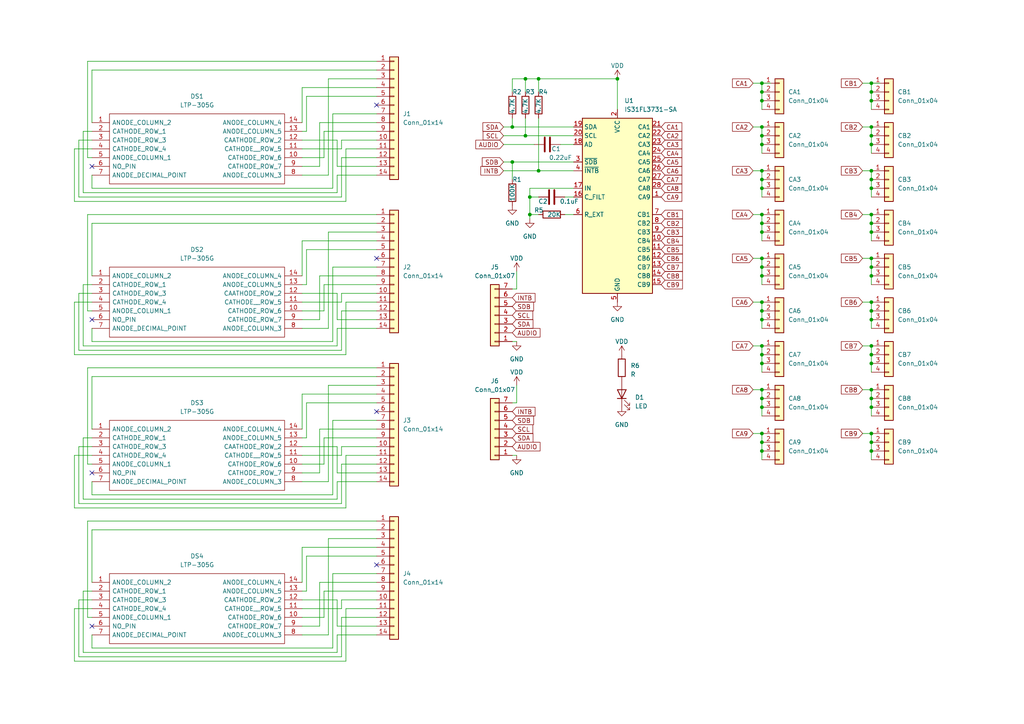
<source format=kicad_sch>
(kicad_sch (version 20230121) (generator eeschema)
  (paper "A4")
  (lib_symbols
    (symbol "Connector_Generic:Conn_01x04" (pin_names (offset 1.016) hide)
      (property "Reference" "J" (at 0 5.08 0))
      (property "Value" "Conn_01x04" (at 0 -7.62 0))
      (symbol "Conn_01x04_1_1"
        (rectangle (start -1.27 -4.953) (end 0 -5.207) (stroke (width 0.1524)))
        (rectangle (start -1.27 -2.413) (end 0 -2.667) (stroke (width 0.1524)))
        (rectangle (start -1.27 0.127) (end 0 -0.127) (stroke (width 0.1524)))
        (rectangle (start -1.27 2.667) (end 0 2.413) (stroke (width 0.1524)))
        (rectangle (start -1.27 3.81) (end 1.27 -6.35) (stroke (width 0.254)) (fill (type background)))
        (pin passive line (at -5.08 2.54 0) (length 3.81) (name "Pin_1") (number "1"))
        (pin passive line (at -5.08 0 0) (length 3.81) (name "Pin_2") (number "2"))
        (pin passive line (at -5.08 -2.54 0) (length 3.81) (name "Pin_3") (number "3"))
        (pin passive line (at -5.08 -5.08 0) (length 3.81) (name "Pin_4") (number "4"))
      )
    )
    (symbol "Connector_Generic:Conn_01x07" (pin_names (offset 1.016) hide)
      (property "Reference" "J" (at 0 10.16 0))
      (property "Value" "Conn_01x07" (at 0 -10.16 0))
      (symbol "Conn_01x07_1_1"
        (rectangle (start -1.27 -7.493) (end 0 -7.747) (stroke (width 0.1524)))
        (rectangle (start -1.27 -4.953) (end 0 -5.207) (stroke (width 0.1524)))
        (rectangle (start -1.27 -2.413) (end 0 -2.667) (stroke (width 0.1524)))
        (rectangle (start -1.27 0.127) (end 0 -0.127) (stroke (width 0.1524)))
        (rectangle (start -1.27 2.667) (end 0 2.413) (stroke (width 0.1524)))
        (rectangle (start -1.27 5.207) (end 0 4.953) (stroke (width 0.1524)))
        (rectangle (start -1.27 7.747) (end 0 7.493) (stroke (width 0.1524)))
        (rectangle (start -1.27 8.89) (end 1.27 -8.89) (stroke (width 0.254)) (fill (type background)))
        (pin passive line (at -5.08 7.62 0) (length 3.81) (name "Pin_1") (number "1"))
        (pin passive line (at -5.08 5.08 0) (length 3.81) (name "Pin_2") (number "2"))
        (pin passive line (at -5.08 2.54 0) (length 3.81) (name "Pin_3") (number "3"))
        (pin passive line (at -5.08 0 0) (length 3.81) (name "Pin_4") (number "4"))
        (pin passive line (at -5.08 -2.54 0) (length 3.81) (name "Pin_5") (number "5"))
        (pin passive line (at -5.08 -5.08 0) (length 3.81) (name "Pin_6") (number "6"))
        (pin passive line (at -5.08 -7.62 0) (length 3.81) (name "Pin_7") (number "7"))
      )
    )
    (symbol "Connector_Generic:Conn_01x14" (pin_names (offset 1.016) hide)
      (property "Reference" "J" (at 0 17.78 0))
      (property "Value" "Conn_01x14" (at 0 -20.32 0))
      (symbol "Conn_01x14_1_1"
        (rectangle (start -1.27 -17.653) (end 0 -17.907) (stroke (width 0.1524)))
        (rectangle (start -1.27 -15.113) (end 0 -15.367) (stroke (width 0.1524)))
        (rectangle (start -1.27 -12.573) (end 0 -12.827) (stroke (width 0.1524)))
        (rectangle (start -1.27 -10.033) (end 0 -10.287) (stroke (width 0.1524)))
        (rectangle (start -1.27 -7.493) (end 0 -7.747) (stroke (width 0.1524)))
        (rectangle (start -1.27 -4.953) (end 0 -5.207) (stroke (width 0.1524)))
        (rectangle (start -1.27 -2.413) (end 0 -2.667) (stroke (width 0.1524)))
        (rectangle (start -1.27 0.127) (end 0 -0.127) (stroke (width 0.1524)))
        (rectangle (start -1.27 2.667) (end 0 2.413) (stroke (width 0.1524)))
        (rectangle (start -1.27 5.207) (end 0 4.953) (stroke (width 0.1524)))
        (rectangle (start -1.27 7.747) (end 0 7.493) (stroke (width 0.1524)))
        (rectangle (start -1.27 10.287) (end 0 10.033) (stroke (width 0.1524)))
        (rectangle (start -1.27 12.827) (end 0 12.573) (stroke (width 0.1524)))
        (rectangle (start -1.27 15.367) (end 0 15.113) (stroke (width 0.1524)))
        (rectangle (start -1.27 16.51) (end 1.27 -19.05) (stroke (width 0.254)) (fill (type background)))
        (pin passive line (at -5.08 15.24 0) (length 3.81) (name "Pin_1") (number "1"))
        (pin passive line (at -5.08 -7.62 0) (length 3.81) (name "Pin_10") (number "10"))
        (pin passive line (at -5.08 -10.16 0) (length 3.81) (name "Pin_11") (number "11"))
        (pin passive line (at -5.08 -12.7 0) (length 3.81) (name "Pin_12") (number "12"))
        (pin passive line (at -5.08 -15.24 0) (length 3.81) (name "Pin_13") (number "13"))
        (pin passive line (at -5.08 -17.78 0) (length 3.81) (name "Pin_14") (number "14"))
        (pin passive line (at -5.08 12.7 0) (length 3.81) (name "Pin_2") (number "2"))
        (pin passive line (at -5.08 10.16 0) (length 3.81) (name "Pin_3") (number "3"))
        (pin passive line (at -5.08 7.62 0) (length 3.81) (name "Pin_4") (number "4"))
        (pin passive line (at -5.08 5.08 0) (length 3.81) (name "Pin_5") (number "5"))
        (pin passive line (at -5.08 2.54 0) (length 3.81) (name "Pin_6") (number "6"))
        (pin passive line (at -5.08 0 0) (length 3.81) (name "Pin_7") (number "7"))
        (pin passive line (at -5.08 -2.54 0) (length 3.81) (name "Pin_8") (number "8"))
        (pin passive line (at -5.08 -5.08 0) (length 3.81) (name "Pin_9") (number "9"))
      )
    )
    (symbol "Device:C" (pin_numbers hide) (pin_names (offset 0.254))
      (property "Reference" "C" (at 0.635 2.54 0))
      (property "Value" "C" (at 0.635 -2.54 0))
      (symbol "C_0_1"
        (polyline (pts (xy -2.032 -0.762) (xy 2.032 -0.762)) (stroke (width 0.508)))
        (polyline (pts (xy -2.032 0.762) (xy 2.032 0.762)) (stroke (width 0.508)))
      )
      (symbol "C_1_1"
        (pin passive line (at 0 3.81 270) (length 2.794) (name "~") (number "1"))
        (pin passive line (at 0 -3.81 90) (length 2.794) (name "~") (number "2"))
      )
    )
    (symbol "Device:LED" (pin_numbers hide) (pin_names (offset 1.016) hide)
      (property "Reference" "D" (at 0 2.54 0))
      (property "Value" "LED" (at 0 -2.54 0))
      (symbol "LED_0_1"
        (polyline (pts (xy -1.27 -1.27) (xy -1.27 1.27)) (stroke (width 0.254)))
        (polyline (pts (xy -1.27 0) (xy 1.27 0)))
        (polyline (pts (xy 1.27 -1.27) (xy 1.27 1.27) (xy -1.27 0) (xy 1.27 -1.27)) (stroke (width 0.254)))
        (polyline (pts (xy -3.048 -0.762) (xy -4.572 -2.286) (xy -3.81 -2.286) (xy -4.572 -2.286) (xy -4.572 -1.524)))
        (polyline (pts (xy -1.778 -0.762) (xy -3.302 -2.286) (xy -2.54 -2.286) (xy -3.302 -2.286) (xy -3.302 -1.524)))
      )
      (symbol "LED_1_1"
        (pin passive line (at -3.81 0 0) (length 2.54) (name "K") (number "1"))
        (pin passive line (at 3.81 0 180) (length 2.54) (name "A") (number "2"))
      )
    )
    (symbol "Device:R" (pin_numbers hide) (pin_names (offset 0))
      (property "Reference" "R" (at 2.032 0 90))
      (property "Value" "R" (at 0 0 90))
      (symbol "R_0_1"
        (rectangle (start -1.016 -2.54) (end 1.016 2.54) (stroke (width 0.254)))
      )
      (symbol "R_1_1"
        (pin passive line (at 0 3.81 270) (length 1.27) (name "~") (number "1"))
        (pin passive line (at 0 -3.81 90) (length 1.27) (name "~") (number "2"))
      )
    )
    (symbol "Driver_LED:IS31FL3731-QF"
      (property "Reference" "U" (at -10.16 26.035 0))
      (property "Value" "IS31FL3731-QF" (at 2.54 -26.035 0))
      (symbol "IS31FL3731-QF_0_1"
        (rectangle (start -10.16 25.4) (end 10.16 -25.4) (stroke (width 0.254)) (fill (type background)))
      )
      (symbol "IS31FL3731-QF_1_1"
        (pin bidirectional line (at 12.7 2.54 180) (length 2.54) (name "CA9") (number "1"))
        (pin bidirectional line (at 12.7 -10.16 180) (length 2.54) (name "CB4") (number "10"))
        (pin bidirectional line (at 12.7 -12.7 180) (length 2.54) (name "CB5") (number "11"))
        (pin bidirectional line (at 12.7 -15.24 180) (length 2.54) (name "CB6") (number "12"))
        (pin bidirectional line (at 12.7 -17.78 180) (length 2.54) (name "CB7") (number "13"))
        (pin bidirectional line (at 12.7 -20.32 180) (length 2.54) (name "CB8") (number "14"))
        (pin bidirectional line (at 12.7 -22.86 180) (length 2.54) (name "CB9") (number "15"))
        (pin passive line (at -12.7 2.54 0) (length 2.54) (name "C_FILT") (number "16"))
        (pin input line (at -12.7 5.08 0) (length 2.54) (name "IN") (number "17"))
        (pin input line (at -12.7 17.78 0) (length 2.54) (name "AD") (number "18"))
        (pin bidirectional line (at -12.7 22.86 0) (length 2.54) (name "SDA") (number "19"))
        (pin power_in line (at 0 27.94 270) (length 2.54) (name "VCC") (number "2"))
        (pin input line (at -12.7 20.32 0) (length 2.54) (name "SCL") (number "20"))
        (pin bidirectional line (at 12.7 22.86 180) (length 2.54) (name "CA1") (number "21"))
        (pin bidirectional line (at 12.7 20.32 180) (length 2.54) (name "CA2") (number "22"))
        (pin bidirectional line (at 12.7 17.78 180) (length 2.54) (name "CA3") (number "23"))
        (pin bidirectional line (at 12.7 15.24 180) (length 2.54) (name "CA4") (number "24"))
        (pin bidirectional line (at 12.7 12.7 180) (length 2.54) (name "CA5") (number "25"))
        (pin bidirectional line (at 12.7 10.16 180) (length 2.54) (name "CA6") (number "26"))
        (pin bidirectional line (at 12.7 7.62 180) (length 2.54) (name "CA7") (number "27"))
        (pin bidirectional line (at 12.7 5.08 180) (length 2.54) (name "CA8") (number "28"))
        (pin passive line (at 0 -27.94 90) (length 2.54) hide (name "GND") (number "29"))
        (pin input line (at -12.7 12.7 0) (length 2.54) (name "~{SDB}") (number "3"))
        (pin open_collector line (at -12.7 10.16 0) (length 2.54) (name "~{INTB}") (number "4"))
        (pin power_in line (at 0 -27.94 90) (length 2.54) (name "GND") (number "5"))
        (pin passive line (at -12.7 -2.54 0) (length 2.54) (name "R_EXT") (number "6"))
        (pin bidirectional line (at 12.7 -2.54 180) (length 2.54) (name "CB1") (number "7"))
        (pin bidirectional line (at 12.7 -5.08 180) (length 2.54) (name "CB2") (number "8"))
        (pin bidirectional line (at 12.7 -7.62 180) (length 2.54) (name "CB3") (number "9"))
      )
    )
    (symbol "LTP-305G:LTP-305G" (pin_names (offset 0.762))
      (property "Reference" "DS" (at 57.15 7.62 0))
      (property "Value" "LTP-305G" (at 57.15 5.08 0))
      (symbol "LTP-305G_0_0"
        (pin passive line (at 0 0 0) (length 5.08) (name "ANODE_COLUMN_2") (number "1"))
        (pin passive line (at 60.96 -10.16 180) (length 5.08) (name "CATHODE_ROW_6") (number "10"))
        (pin passive line (at 60.96 -7.62 180) (length 5.08) (name "CATHODE__ROW_5") (number "11"))
        (pin passive line (at 60.96 -5.08 180) (length 5.08) (name "CAATHODE_ROW_2") (number "12"))
        (pin passive line (at 60.96 -2.54 180) (length 5.08) (name "ANODE_COLUMN_5") (number "13"))
        (pin passive line (at 60.96 0 180) (length 5.08) (name "ANODE_COLUMN_4") (number "14"))
        (pin passive line (at 0 -2.54 0) (length 5.08) (name "CATHODE_ROW_1") (number "2"))
        (pin passive line (at 0 -5.08 0) (length 5.08) (name "CATHODE_ROW_3") (number "3"))
        (pin passive line (at 0 -7.62 0) (length 5.08) (name "CATHODE_ROW_4") (number "4"))
        (pin passive line (at 0 -10.16 0) (length 5.08) (name "ANODE_COLUMN_1") (number "5"))
        (pin passive line (at 0 -12.7 0) (length 5.08) (name "NO_PIN") (number "6"))
        (pin passive line (at 0 -15.24 0) (length 5.08) (name "ANODE_DECIMAL_POINT") (number "7"))
        (pin passive line (at 60.96 -15.24 180) (length 5.08) (name "ANODE_COLUMN_3") (number "8"))
        (pin passive line (at 60.96 -12.7 180) (length 5.08) (name "CATHODE_ROW_7") (number "9"))
      )
      (symbol "LTP-305G_0_1"
        (polyline (pts (xy 5.08 2.54) (xy 55.88 2.54) (xy 55.88 -17.78) (xy 5.08 -17.78) (xy 5.08 2.54)) (stroke (width 0.1524)))
      )
    )
    (symbol "power:GND" (power) (pin_names (offset 0))
      (property "Value" "GND" (at 0 -3.81 0))
      (symbol "GND_0_1"
        (polyline (pts (xy 0 0) (xy 0 -1.27) (xy 1.27 -1.27) (xy 0 -2.54) (xy -1.27 -1.27) (xy 0 -1.27)))
      )
      (symbol "GND_1_1"
        (pin power_in line (at 0 0 270) (length 0) hide (name "GND") (number "1"))
      )
    )
    (symbol "power:VDD" (power) (pin_names (offset 0))
      (property "Value" "VDD" (at 0 3.81 0))
      (symbol "VDD_0_1"
        (polyline (pts (xy -0.762 1.27) (xy 0 2.54)))
        (polyline (pts (xy 0 0) (xy 0 2.54)))
        (polyline (pts (xy 0 2.54) (xy 0.762 1.27)))
      )
      (symbol "VDD_1_1"
        (pin power_in line (at 0 0 90) (length 0) hide (name "VDD") (number "1"))
      )
    )
  )
  (junction (at 152.4 39.37))
  (junction (at 220.98 74.93))
  (junction (at 252.73 77.47))
  (junction (at 252.73 52.07))
  (junction (at 220.98 115.57))
  (junction (at 252.73 130.81))
  (junction (at 252.73 36.83))
  (junction (at 220.98 113.03))
  (junction (at 220.98 52.07))
  (junction (at 179.07 22.86))
  (junction (at 220.98 67.31))
  (junction (at 252.73 41.91))
  (junction (at 156.21 22.86))
  (junction (at 220.98 64.77))
  (junction (at 220.98 26.67))
  (junction (at 252.73 118.11))
  (junction (at 252.73 115.57))
  (junction (at 220.98 105.41))
  (junction (at 220.98 24.13))
  (junction (at 252.73 62.23))
  (junction (at 252.73 49.53))
  (junction (at 148.59 46.99))
  (junction (at 252.73 87.63))
  (junction (at 148.59 36.83))
  (junction (at 220.98 125.73))
  (junction (at 252.73 102.87))
  (junction (at 220.98 29.21))
  (junction (at 252.73 90.17))
  (junction (at 252.73 26.67))
  (junction (at 252.73 29.21))
  (junction (at 252.73 24.13))
  (junction (at 220.98 39.37))
  (junction (at 220.98 62.23))
  (junction (at 153.67 57.15))
  (junction (at 220.98 80.01))
  (junction (at 156.21 49.53))
  (junction (at 152.4 22.86))
  (junction (at 252.73 105.41))
  (junction (at 252.73 125.73))
  (junction (at 252.73 80.01))
  (junction (at 220.98 100.33))
  (junction (at 153.67 62.23))
  (junction (at 252.73 54.61))
  (junction (at 220.98 54.61))
  (junction (at 252.73 39.37))
  (junction (at 220.98 92.71))
  (junction (at 252.73 92.71))
  (junction (at 252.73 64.77))
  (junction (at 220.98 118.11))
  (junction (at 220.98 90.17))
  (junction (at 220.98 36.83))
  (junction (at 252.73 128.27))
  (junction (at 220.98 128.27))
  (junction (at 252.73 100.33))
  (junction (at 220.98 49.53))
  (junction (at 220.98 87.63))
  (junction (at 220.98 77.47))
  (junction (at 220.98 102.87))
  (junction (at 252.73 74.93))
  (junction (at 220.98 130.81))
  (junction (at 252.73 113.03))
  (junction (at 220.98 41.91))
  (junction (at 252.73 67.31))
  (no_connect (at 26.67 92.71))
  (no_connect (at 109.22 74.93))
  (no_connect (at 109.22 119.38))
  (no_connect (at 26.67 137.16))
  (no_connect (at 109.22 163.83))
  (no_connect (at 26.67 181.61))
  (no_connect (at 26.67 48.26))
  (no_connect (at 109.22 30.48))
  (wire (pts (xy 88.9 72.39) (xy 109.22 72.39)))
  (wire (pts (xy 218.44 125.73) (xy 220.98 125.73)))
  (wire (pts (xy 24.13 38.1) (xy 24.13 55.88)))
  (wire (pts (xy 99.06 90.17) (xy 109.22 90.17)))
  (wire (pts (xy 26.67 80.01) (xy 26.67 64.77)))
  (wire (pts (xy 99.06 173.99) (xy 109.22 173.99)))
  (wire (pts (xy 87.63 179.07) (xy 93.98 179.07)))
  (wire (pts (xy 252.73 24.13) (xy 255.27 24.13)))
  (wire (pts (xy 93.98 134.62) (xy 93.98 127)))
  (wire (pts (xy 252.73 39.37) (xy 252.73 41.91)))
  (wire (pts (xy 21.59 176.53) (xy 21.59 191.77)))
  (wire (pts (xy 97.79 184.15) (xy 109.22 184.15)))
  (wire (pts (xy 220.98 92.71) (xy 220.98 95.25)))
  (wire (pts (xy 220.98 77.47) (xy 220.98 80.01)))
  (wire (pts (xy 87.63 45.72) (xy 93.98 45.72)))
  (wire (pts (xy 87.63 137.16) (xy 92.71 137.16)))
  (wire (pts (xy 22.86 101.6) (xy 99.06 101.6)))
  (wire (pts (xy 26.67 124.46) (xy 26.67 109.22)))
  (wire (pts (xy 26.67 168.91) (xy 26.67 153.67)))
  (wire (pts (xy 26.67 85.09) (xy 22.86 85.09)))
  (wire (pts (xy 26.67 54.61) (xy 96.52 54.61)))
  (wire (pts (xy 252.73 62.23) (xy 252.73 64.77)))
  (wire (pts (xy 220.98 36.83) (xy 218.44 36.83)))
  (wire (pts (xy 220.98 118.11) (xy 220.98 120.65)))
  (wire (pts (xy 93.98 38.1) (xy 109.22 38.1)))
  (wire (pts (xy 25.4 90.17) (xy 25.4 62.23)))
  (wire (pts (xy 96.52 54.61) (xy 96.52 33.02)))
  (wire (pts (xy 252.73 64.77) (xy 252.73 67.31)))
  (wire (pts (xy 96.52 33.02) (xy 109.22 33.02)))
  (wire (pts (xy 26.67 176.53) (xy 21.59 176.53)))
  (wire (pts (xy 146.05 36.83) (xy 148.59 36.83)))
  (wire (pts (xy 96.52 121.92) (xy 109.22 121.92)))
  (wire (pts (xy 220.98 52.07) (xy 220.98 54.61)))
  (wire (pts (xy 88.9 82.55) (xy 88.9 72.39)))
  (wire (pts (xy 220.98 24.13) (xy 223.52 24.13)))
  (wire (pts (xy 87.63 87.63) (xy 99.06 87.63)))
  (wire (pts (xy 93.98 82.55) (xy 109.22 82.55)))
  (wire (pts (xy 250.19 113.03) (xy 252.73 113.03)))
  (wire (pts (xy 100.33 102.87) (xy 100.33 87.63)))
  (wire (pts (xy 97.79 137.16) (xy 109.22 137.16)))
  (wire (pts (xy 220.98 29.21) (xy 220.98 31.75)))
  (wire (pts (xy 87.63 139.7) (xy 95.25 139.7)))
  (wire (pts (xy 99.06 146.05) (xy 99.06 134.62)))
  (wire (pts (xy 26.67 87.63) (xy 21.59 87.63)))
  (wire (pts (xy 156.21 57.15) (xy 153.67 57.15)))
  (wire (pts (xy 166.37 54.61) (xy 153.67 54.61)))
  (wire (pts (xy 148.59 36.83) (xy 166.37 36.83)))
  (wire (pts (xy 87.63 176.53) (xy 99.06 176.53)))
  (wire (pts (xy 95.25 67.31) (xy 109.22 67.31)))
  (wire (pts (xy 26.67 43.18) (xy 21.59 43.18)))
  (wire (pts (xy 252.73 102.87) (xy 252.73 105.41)))
  (wire (pts (xy 95.25 184.15) (xy 95.25 156.21)))
  (wire (pts (xy 99.06 101.6) (xy 99.06 90.17)))
  (wire (pts (xy 97.79 55.88) (xy 97.79 50.8)))
  (wire (pts (xy 87.63 38.1) (xy 88.9 38.1)))
  (wire (pts (xy 252.73 29.21) (xy 252.73 31.75)))
  (wire (pts (xy 252.73 100.33) (xy 250.19 100.33)))
  (wire (pts (xy 25.4 151.13) (xy 109.22 151.13)))
  (wire (pts (xy 220.98 74.93) (xy 220.98 77.47)))
  (wire (pts (xy 87.63 48.26) (xy 92.71 48.26)))
  (wire (pts (xy 97.79 85.09) (xy 97.79 92.71)))
  (wire (pts (xy 99.06 179.07) (xy 109.22 179.07)))
  (wire (pts (xy 26.67 143.51) (xy 96.52 143.51)))
  (wire (pts (xy 97.79 173.99) (xy 97.79 181.61)))
  (wire (pts (xy 252.73 130.81) (xy 252.73 133.35)))
  (wire (pts (xy 95.25 156.21) (xy 109.22 156.21)))
  (wire (pts (xy 96.52 77.47) (xy 109.22 77.47)))
  (wire (pts (xy 220.98 115.57) (xy 220.98 118.11)))
  (wire (pts (xy 100.33 58.42) (xy 100.33 43.18)))
  (wire (pts (xy 87.63 184.15) (xy 95.25 184.15)))
  (wire (pts (xy 97.79 95.25) (xy 109.22 95.25)))
  (wire (pts (xy 99.06 176.53) (xy 99.06 173.99)))
  (wire (pts (xy 87.63 129.54) (xy 97.79 129.54)))
  (wire (pts (xy 220.98 26.67) (xy 220.98 29.21)))
  (wire (pts (xy 97.79 50.8) (xy 109.22 50.8)))
  (wire (pts (xy 87.63 90.17) (xy 93.98 90.17)))
  (wire (pts (xy 25.4 106.68) (xy 109.22 106.68)))
  (wire (pts (xy 21.59 102.87) (xy 100.33 102.87)))
  (wire (pts (xy 26.67 134.62) (xy 25.4 134.62)))
  (wire (pts (xy 87.63 85.09) (xy 97.79 85.09)))
  (wire (pts (xy 22.86 40.64) (xy 22.86 57.15)))
  (wire (pts (xy 99.06 190.5) (xy 99.06 179.07)))
  (wire (pts (xy 149.86 116.84) (xy 148.59 116.84)))
  (wire (pts (xy 149.86 78.74) (xy 149.86 83.82)))
  (wire (pts (xy 220.98 24.13) (xy 220.98 26.67)))
  (wire (pts (xy 87.63 35.56) (xy 87.63 25.4)))
  (wire (pts (xy 87.63 69.85) (xy 109.22 69.85)))
  (wire (pts (xy 146.05 49.53) (xy 156.21 49.53)))
  (wire (pts (xy 87.63 25.4) (xy 109.22 25.4)))
  (wire (pts (xy 96.52 166.37) (xy 109.22 166.37)))
  (wire (pts (xy 146.05 41.91) (xy 154.94 41.91)))
  (wire (pts (xy 252.73 36.83) (xy 250.19 36.83)))
  (wire (pts (xy 88.9 127) (xy 88.9 116.84)))
  (wire (pts (xy 25.4 45.72) (xy 25.4 17.78)))
  (wire (pts (xy 218.44 24.13) (xy 220.98 24.13)))
  (wire (pts (xy 252.73 26.67) (xy 252.73 29.21)))
  (wire (pts (xy 148.59 46.99) (xy 166.37 46.99)))
  (wire (pts (xy 96.52 143.51) (xy 96.52 121.92)))
  (wire (pts (xy 26.67 129.54) (xy 22.86 129.54)))
  (wire (pts (xy 92.71 35.56) (xy 109.22 35.56)))
  (wire (pts (xy 99.06 134.62) (xy 109.22 134.62)))
  (wire (pts (xy 252.73 128.27) (xy 252.73 130.81)))
  (wire (pts (xy 97.79 48.26) (xy 109.22 48.26)))
  (wire (pts (xy 252.73 115.57) (xy 252.73 118.11)))
  (wire (pts (xy 220.98 41.91) (xy 220.98 44.45)))
  (wire (pts (xy 220.98 100.33) (xy 220.98 102.87)))
  (wire (pts (xy 26.67 171.45) (xy 24.13 171.45)))
  (wire (pts (xy 97.79 40.64) (xy 97.79 48.26)))
  (wire (pts (xy 22.86 57.15) (xy 99.06 57.15)))
  (wire (pts (xy 87.63 82.55) (xy 88.9 82.55)))
  (wire (pts (xy 100.33 43.18) (xy 109.22 43.18)))
  (wire (pts (xy 22.86 173.99) (xy 22.86 190.5)))
  (wire (pts (xy 26.67 99.06) (xy 96.52 99.06)))
  (wire (pts (xy 26.67 45.72) (xy 25.4 45.72)))
  (wire (pts (xy 26.67 35.56) (xy 26.67 20.32)))
  (wire (pts (xy 24.13 100.33) (xy 97.79 100.33)))
  (wire (pts (xy 252.73 100.33) (xy 252.73 102.87)))
  (wire (pts (xy 93.98 179.07) (xy 93.98 171.45)))
  (wire (pts (xy 179.07 22.86) (xy 156.21 22.86)))
  (wire (pts (xy 252.73 90.17) (xy 252.73 92.71)))
  (wire (pts (xy 252.73 74.93) (xy 252.73 77.47)))
  (wire (pts (xy 87.63 50.8) (xy 95.25 50.8)))
  (wire (pts (xy 163.83 57.15) (xy 166.37 57.15)))
  (wire (pts (xy 156.21 26.67) (xy 156.21 22.86)))
  (wire (pts (xy 252.73 39.37) (xy 252.73 36.83)))
  (wire (pts (xy 252.73 52.07) (xy 252.73 54.61)))
  (wire (pts (xy 220.98 100.33) (xy 218.44 100.33)))
  (wire (pts (xy 87.63 171.45) (xy 88.9 171.45)))
  (wire (pts (xy 252.73 54.61) (xy 252.73 57.15)))
  (wire (pts (xy 148.59 26.67) (xy 148.59 22.86)))
  (wire (pts (xy 252.73 74.93) (xy 250.19 74.93)))
  (wire (pts (xy 220.98 90.17) (xy 220.98 92.71)))
  (wire (pts (xy 88.9 161.29) (xy 109.22 161.29)))
  (wire (pts (xy 87.63 80.01) (xy 87.63 69.85)))
  (wire (pts (xy 25.4 179.07) (xy 25.4 151.13)))
  (wire (pts (xy 220.98 87.63) (xy 218.44 87.63)))
  (wire (pts (xy 220.98 105.41) (xy 220.98 107.95)))
  (wire (pts (xy 99.06 87.63) (xy 99.06 85.09)))
  (wire (pts (xy 156.21 49.53) (xy 166.37 49.53)))
  (wire (pts (xy 88.9 27.94) (xy 109.22 27.94)))
  (wire (pts (xy 220.98 102.87) (xy 220.98 105.41)))
  (wire (pts (xy 26.67 95.25) (xy 26.67 99.06)))
  (wire (pts (xy 220.98 130.81) (xy 220.98 133.35)))
  (wire (pts (xy 22.86 85.09) (xy 22.86 101.6)))
  (wire (pts (xy 252.73 24.13) (xy 252.73 26.67)))
  (wire (pts (xy 22.86 190.5) (xy 99.06 190.5)))
  (wire (pts (xy 100.33 132.08) (xy 109.22 132.08)))
  (wire (pts (xy 93.98 171.45) (xy 109.22 171.45)))
  (wire (pts (xy 26.67 173.99) (xy 22.86 173.99)))
  (wire (pts (xy 100.33 176.53) (xy 109.22 176.53)))
  (wire (pts (xy 148.59 34.29) (xy 148.59 36.83)))
  (wire (pts (xy 93.98 90.17) (xy 93.98 82.55)))
  (wire (pts (xy 252.73 87.63) (xy 252.73 90.17)))
  (wire (pts (xy 87.63 114.3) (xy 109.22 114.3)))
  (wire (pts (xy 87.63 132.08) (xy 99.06 132.08)))
  (wire (pts (xy 163.83 62.23) (xy 166.37 62.23)))
  (wire (pts (xy 156.21 62.23) (xy 153.67 62.23)))
  (wire (pts (xy 220.98 125.73) (xy 220.98 128.27)))
  (wire (pts (xy 152.4 34.29) (xy 152.4 39.37)))
  (wire (pts (xy 25.4 62.23) (xy 109.22 62.23)))
  (wire (pts (xy 100.33 147.32) (xy 100.33 132.08)))
  (wire (pts (xy 220.98 80.01) (xy 220.98 82.55)))
  (wire (pts (xy 26.67 184.15) (xy 26.67 187.96)))
  (wire (pts (xy 97.79 189.23) (xy 97.79 184.15)))
  (wire (pts (xy 92.71 168.91) (xy 109.22 168.91)))
  (wire (pts (xy 99.06 45.72) (xy 109.22 45.72)))
  (wire (pts (xy 97.79 144.78) (xy 97.79 139.7)))
  (wire (pts (xy 220.98 74.93) (xy 218.44 74.93)))
  (wire (pts (xy 21.59 58.42) (xy 100.33 58.42)))
  (wire (pts (xy 26.67 64.77) (xy 109.22 64.77)))
  (wire (pts (xy 220.98 128.27) (xy 220.98 130.81)))
  (wire (pts (xy 152.4 22.86) (xy 148.59 22.86)))
  (wire (pts (xy 24.13 189.23) (xy 97.79 189.23)))
  (wire (pts (xy 96.52 187.96) (xy 96.52 166.37)))
  (wire (pts (xy 26.67 90.17) (xy 25.4 90.17)))
  (wire (pts (xy 97.79 139.7) (xy 109.22 139.7)))
  (wire (pts (xy 162.56 41.91) (xy 166.37 41.91)))
  (wire (pts (xy 252.73 118.11) (xy 252.73 120.65)))
  (wire (pts (xy 220.98 62.23) (xy 220.98 64.77)))
  (wire (pts (xy 252.73 80.01) (xy 252.73 82.55)))
  (wire (pts (xy 21.59 43.18) (xy 21.59 58.42)))
  (wire (pts (xy 25.4 17.78) (xy 109.22 17.78)))
  (wire (pts (xy 25.4 134.62) (xy 25.4 106.68)))
  (wire (pts (xy 95.25 95.25) (xy 95.25 67.31)))
  (wire (pts (xy 22.86 146.05) (xy 99.06 146.05)))
  (wire (pts (xy 146.05 39.37) (xy 152.4 39.37)))
  (wire (pts (xy 156.21 34.29) (xy 156.21 49.53)))
  (wire (pts (xy 24.13 171.45) (xy 24.13 189.23)))
  (wire (pts (xy 100.33 87.63) (xy 109.22 87.63)))
  (wire (pts (xy 97.79 129.54) (xy 97.79 137.16)))
  (wire (pts (xy 26.67 109.22) (xy 109.22 109.22)))
  (wire (pts (xy 92.71 48.26) (xy 92.71 35.56)))
  (wire (pts (xy 220.98 67.31) (xy 220.98 69.85)))
  (wire (pts (xy 220.98 49.53) (xy 218.44 49.53)))
  (wire (pts (xy 156.21 22.86) (xy 152.4 22.86)))
  (wire (pts (xy 252.73 87.63) (xy 250.19 87.63)))
  (wire (pts (xy 146.05 46.99) (xy 148.59 46.99)))
  (wire (pts (xy 149.86 83.82) (xy 148.59 83.82)))
  (wire (pts (xy 26.67 139.7) (xy 26.67 143.51)))
  (wire (pts (xy 92.71 92.71) (xy 92.71 80.01)))
  (wire (pts (xy 152.4 26.67) (xy 152.4 22.86)))
  (wire (pts (xy 152.4 39.37) (xy 166.37 39.37)))
  (wire (pts (xy 96.52 99.06) (xy 96.52 77.47)))
  (wire (pts (xy 220.98 39.37) (xy 220.98 41.91)))
  (wire (pts (xy 88.9 38.1) (xy 88.9 27.94)))
  (wire (pts (xy 26.67 179.07) (xy 25.4 179.07)))
  (wire (pts (xy 87.63 124.46) (xy 87.63 114.3)))
  (wire (pts (xy 99.06 132.08) (xy 99.06 129.54)))
  (wire (pts (xy 26.67 153.67) (xy 109.22 153.67)))
  (wire (pts (xy 220.98 39.37) (xy 220.98 36.83)))
  (wire (pts (xy 92.71 124.46) (xy 109.22 124.46)))
  (wire (pts (xy 87.63 158.75) (xy 109.22 158.75)))
  (wire (pts (xy 22.86 129.54) (xy 22.86 146.05)))
  (wire (pts (xy 252.73 49.53) (xy 250.19 49.53)))
  (wire (pts (xy 92.71 80.01) (xy 109.22 80.01)))
  (wire (pts (xy 87.63 43.18) (xy 99.06 43.18)))
  (wire (pts (xy 149.86 111.76) (xy 149.86 116.84)))
  (wire (pts (xy 87.63 40.64) (xy 97.79 40.64)))
  (wire (pts (xy 252.73 67.31) (xy 252.73 69.85)))
  (wire (pts (xy 220.98 87.63) (xy 220.98 90.17)))
  (wire (pts (xy 252.73 77.47) (xy 252.73 80.01)))
  (wire (pts (xy 179.07 31.75) (xy 179.07 22.86)))
  (wire (pts (xy 218.44 62.23) (xy 220.98 62.23)))
  (wire (pts (xy 220.98 113.03) (xy 220.98 115.57)))
  (wire (pts (xy 252.73 113.03) (xy 252.73 115.57)))
  (wire (pts (xy 220.98 52.07) (xy 220.98 49.53)))
  (wire (pts (xy 100.33 191.77) (xy 100.33 176.53)))
  (wire (pts (xy 87.63 173.99) (xy 97.79 173.99)))
  (wire (pts (xy 99.06 57.15) (xy 99.06 45.72)))
  (wire (pts (xy 95.25 22.86) (xy 109.22 22.86)))
  (wire (pts (xy 148.59 99.06) (xy 149.86 99.06)))
  (wire (pts (xy 26.67 50.8) (xy 26.67 54.61)))
  (wire (pts (xy 250.19 62.23) (xy 252.73 62.23)))
  (wire (pts (xy 252.73 92.71) (xy 252.73 95.25)))
  (wire (pts (xy 95.25 139.7) (xy 95.25 111.76)))
  (wire (pts (xy 153.67 54.61) (xy 153.67 57.15)))
  (wire (pts (xy 252.73 125.73) (xy 252.73 128.27)))
  (wire (pts (xy 92.71 181.61) (xy 92.71 168.91)))
  (wire (pts (xy 26.67 82.55) (xy 24.13 82.55)))
  (wire (pts (xy 21.59 191.77) (xy 100.33 191.77)))
  (wire (pts (xy 87.63 95.25) (xy 95.25 95.25)))
  (wire (pts (xy 93.98 45.72) (xy 93.98 38.1)))
  (wire (pts (xy 252.73 41.91) (xy 252.73 44.45)))
  (wire (pts (xy 220.98 54.61) (xy 220.98 57.15)))
  (wire (pts (xy 87.63 168.91) (xy 87.63 158.75)))
  (wire (pts (xy 99.06 40.64) (xy 109.22 40.64)))
  (wire (pts (xy 148.59 46.99) (xy 148.59 52.07)))
  (wire (pts (xy 250.19 125.73) (xy 252.73 125.73)))
  (wire (pts (xy 99.06 85.09) (xy 109.22 85.09)))
  (wire (pts (xy 97.79 92.71) (xy 109.22 92.71)))
  (wire (pts (xy 97.79 100.33) (xy 97.79 95.25)))
  (wire (pts (xy 153.67 57.15) (xy 153.67 62.23)))
  (wire (pts (xy 95.25 50.8) (xy 95.25 22.86)))
  (wire (pts (xy 92.71 137.16) (xy 92.71 124.46)))
  (wire (pts (xy 99.06 129.54) (xy 109.22 129.54)))
  (wire (pts (xy 24.13 55.88) (xy 97.79 55.88)))
  (wire (pts (xy 87.63 181.61) (xy 92.71 181.61)))
  (wire (pts (xy 26.67 132.08) (xy 21.59 132.08)))
  (wire (pts (xy 93.98 127) (xy 109.22 127)))
  (wire (pts (xy 220.98 64.77) (xy 220.98 67.31)))
  (wire (pts (xy 24.13 127) (xy 24.13 144.78)))
  (wire (pts (xy 21.59 132.08) (xy 21.59 147.32)))
  (wire (pts (xy 26.67 187.96) (xy 96.52 187.96)))
  (wire (pts (xy 99.06 43.18) (xy 99.06 40.64)))
  (wire (pts (xy 21.59 147.32) (xy 100.33 147.32)))
  (wire (pts (xy 252.73 105.41) (xy 252.73 107.95)))
  (wire (pts (xy 153.67 62.23) (xy 153.67 63.5)))
  (wire (pts (xy 24.13 82.55) (xy 24.13 100.33)))
  (wire (pts (xy 88.9 116.84) (xy 109.22 116.84)))
  (wire (pts (xy 250.19 24.13) (xy 252.73 24.13)))
  (wire (pts (xy 148.59 132.08) (xy 149.86 132.08)))
  (wire (pts (xy 87.63 127) (xy 88.9 127)))
  (wire (pts (xy 88.9 171.45) (xy 88.9 161.29)))
  (wire (pts (xy 24.13 144.78) (xy 97.79 144.78)))
  (wire (pts (xy 95.25 111.76) (xy 109.22 111.76)))
  (wire (pts (xy 26.67 38.1) (xy 24.13 38.1)))
  (wire (pts (xy 87.63 134.62) (xy 93.98 134.62)))
  (wire (pts (xy 26.67 40.64) (xy 22.86 40.64)))
  (wire (pts (xy 26.67 20.32) (xy 109.22 20.32)))
  (wire (pts (xy 252.73 52.07) (xy 252.73 49.53)))
  (wire (pts (xy 21.59 87.63) (xy 21.59 102.87)))
  (wire (pts (xy 26.67 127) (xy 24.13 127)))
  (wire (pts (xy 218.44 113.03) (xy 220.98 113.03)))
  (wire (pts (xy 97.79 181.61) (xy 109.22 181.61)))
  (wire (pts (xy 87.63 92.71) (xy 92.71 92.71)))
  (global_label "CB4" (shape input) (at 250.19 62.23 180) (property "Intersheetrefs" "${INTERSHEET_REFS}" (effects hide)))
  (global_label "SDA" (shape input) (at 146.05 36.83 180) (property "Intersheetrefs" "${INTERSHEET_REFS}" (effects hide)))
  (global_label "CB5" (shape input) (at 250.19 74.93 180) (property "Intersheetrefs" "${INTERSHEET_REFS}" (effects hide)))
  (global_label "SDB" (shape input) (at 146.05 46.99 180) (property "Intersheetrefs" "${INTERSHEET_REFS}" (effects hide)))
  (global_label "CA1" (shape input) (at 218.44 24.13 180) (property "Intersheetrefs" "${INTERSHEET_REFS}" (effects hide)))
  (global_label "CA2" (shape input) (at 218.44 36.83 180) (property "Intersheetrefs" "${INTERSHEET_REFS}" (effects hide)))
  (global_label "CA5" (shape input) (at 191.77 46.99 0) (property "Intersheetrefs" "${INTERSHEET_REFS}" (effects hide)))
  (global_label "CA3" (shape input) (at 191.77 41.91 0) (property "Intersheetrefs" "${INTERSHEET_REFS}" (effects hide)))
  (global_label "SDA" (shape input) (at 148.59 127 0) (property "Intersheetrefs" "${INTERSHEET_REFS}" (effects hide)))
  (global_label "CB9" (shape input) (at 250.19 125.73 180) (property "Intersheetrefs" "${INTERSHEET_REFS}" (effects hide)))
  (global_label "CA3" (shape input) (at 218.44 49.53 180) (property "Intersheetrefs" "${INTERSHEET_REFS}" (effects hide)))
  (global_label "CB2" (shape input) (at 250.19 36.83 180) (property "Intersheetrefs" "${INTERSHEET_REFS}" (effects hide)))
  (global_label "CA6" (shape input) (at 191.77 49.53 0) (property "Intersheetrefs" "${INTERSHEET_REFS}" (effects hide)))
  (global_label "CB4" (shape input) (at 191.77 69.85 0) (property "Intersheetrefs" "${INTERSHEET_REFS}" (effects hide)))
  (global_label "SDB" (shape input) (at 148.59 88.9 0) (property "Intersheetrefs" "${INTERSHEET_REFS}" (effects hide)))
  (global_label "CA4" (shape input) (at 191.77 44.45 0) (property "Intersheetrefs" "${INTERSHEET_REFS}" (effects hide)))
  (global_label "CB5" (shape input) (at 191.77 72.39 0) (property "Intersheetrefs" "${INTERSHEET_REFS}" (effects hide)))
  (global_label "CB1" (shape input) (at 250.19 24.13 180) (property "Intersheetrefs" "${INTERSHEET_REFS}" (effects hide)))
  (global_label "CB3" (shape input) (at 250.19 49.53 180) (property "Intersheetrefs" "${INTERSHEET_REFS}" (effects hide)))
  (global_label "CB8" (shape input) (at 250.19 113.03 180) (property "Intersheetrefs" "${INTERSHEET_REFS}" (effects hide)))
  (global_label "CB9" (shape input) (at 191.77 82.55 0) (property "Intersheetrefs" "${INTERSHEET_REFS}" (effects hide)))
  (global_label "CA4" (shape input) (at 218.44 62.23 180) (property "Intersheetrefs" "${INTERSHEET_REFS}" (effects hide)))
  (global_label "CA1" (shape input) (at 191.77 36.83 0) (property "Intersheetrefs" "${INTERSHEET_REFS}" (effects hide)))
  (global_label "INTB" (shape input) (at 148.59 119.38 0) (property "Intersheetrefs" "${INTERSHEET_REFS}" (effects hide)))
  (global_label "INTB" (shape input) (at 146.05 49.53 180) (property "Intersheetrefs" "${INTERSHEET_REFS}" (effects hide)))
  (global_label "CA8" (shape input) (at 218.44 113.03 180) (property "Intersheetrefs" "${INTERSHEET_REFS}" (effects hide)))
  (global_label "SCL" (shape input) (at 146.05 39.37 180) (property "Intersheetrefs" "${INTERSHEET_REFS}" (effects hide)))
  (global_label "CA9" (shape input) (at 218.44 125.73 180) (property "Intersheetrefs" "${INTERSHEET_REFS}" (effects hide)))
  (global_label "CA7" (shape input) (at 191.77 52.07 0) (property "Intersheetrefs" "${INTERSHEET_REFS}" (effects hide)))
  (global_label "CA5" (shape input) (at 218.44 74.93 180) (property "Intersheetrefs" "${INTERSHEET_REFS}" (effects hide)))
  (global_label "CA6" (shape input) (at 218.44 87.63 180) (property "Intersheetrefs" "${INTERSHEET_REFS}" (effects hide)))
  (global_label "CB3" (shape input) (at 191.77 67.31 0) (property "Intersheetrefs" "${INTERSHEET_REFS}" (effects hide)))
  (global_label "AUDIO" (shape input) (at 148.59 129.54 0) (property "Intersheetrefs" "${INTERSHEET_REFS}" (effects hide)))
  (global_label "INTB" (shape input) (at 148.59 86.36 0) (property "Intersheetrefs" "${INTERSHEET_REFS}" (effects hide)))
  (global_label "CA8" (shape input) (at 191.77 54.61 0) (property "Intersheetrefs" "${INTERSHEET_REFS}" (effects hide)))
  (global_label "CA2" (shape input) (at 191.77 39.37 0) (property "Intersheetrefs" "${INTERSHEET_REFS}" (effects hide)))
  (global_label "CB6" (shape input) (at 250.19 87.63 180) (property "Intersheetrefs" "${INTERSHEET_REFS}" (effects hide)))
  (global_label "CB6" (shape input) (at 191.77 74.93 0) (property "Intersheetrefs" "${INTERSHEET_REFS}" (effects hide)))
  (global_label "CA9" (shape input) (at 191.77 57.15 0) (property "Intersheetrefs" "${INTERSHEET_REFS}" (effects hide)))
  (global_label "CB8" (shape input) (at 191.77 80.01 0) (property "Intersheetrefs" "${INTERSHEET_REFS}" (effects hide)))
  (global_label "SCL" (shape input) (at 148.59 91.44 0) (property "Intersheetrefs" "${INTERSHEET_REFS}" (effects hide)))
  (global_label "SDA" (shape input) (at 148.59 93.98 0) (property "Intersheetrefs" "${INTERSHEET_REFS}" (effects hide)))
  (global_label "CA7" (shape input) (at 218.44 100.33 180) (property "Intersheetrefs" "${INTERSHEET_REFS}" (effects hide)))
  (global_label "SCL" (shape input) (at 148.59 124.46 0) (property "Intersheetrefs" "${INTERSHEET_REFS}" (effects hide)))
  (global_label "CB1" (shape input) (at 191.77 62.23 0) (property "Intersheetrefs" "${INTERSHEET_REFS}" (effects hide)))
  (global_label "AUDIO" (shape input) (at 146.05 41.91 180) (property "Intersheetrefs" "${INTERSHEET_REFS}" (effects hide)))
  (global_label "CB7" (shape input) (at 250.19 100.33 180) (property "Intersheetrefs" "${INTERSHEET_REFS}" (effects hide)))
  (global_label "CB7" (shape input) (at 191.77 77.47 0) (property "Intersheetrefs" "${INTERSHEET_REFS}" (effects hide)))
  (global_label "AUDIO" (shape input) (at 148.59 96.52 0) (property "Intersheetrefs" "${INTERSHEET_REFS}" (effects hide)))
  (global_label "SDB" (shape input) (at 148.59 121.92 0) (property "Intersheetrefs" "${INTERSHEET_REFS}" (effects hide)))
  (global_label "CB2" (shape input) (at 191.77 64.77 0) (property "Intersheetrefs" "${INTERSHEET_REFS}" (effects hide)))
  (symbol (lib_id "Device:R") (at 148.59 55.88 0) (unit 1)
    (property "Reference" "R1" (at 148.59 52.07 0) (effects (justify left)))
    (property "Value" "100K" (at 148.59 58.42 90) (effects (justify left)))
    (property "Footprint" "Resistor_SMD:R_0603_1608Metric_Pad0.98x0.95mm_HandSolder" (effects hide))
  )
  (symbol (lib_id "Connector_Generic:Conn_01x14") (at 114.3 33.02 0) (unit 1)
    (property "Reference" "J1" (at 116.84 33.0199 0) (effects (justify left)))
    (property "Value" "Conn_01x14" (at 116.84 35.5599 0) (effects (justify left)))
    (property "Footprint" "Connector_PinHeader_1.27mm:PinHeader_2x07_P1.27mm_Vertical" (effects hide))
  )
  (symbol (lib_id "Connector_Generic:Conn_01x04") (at 226.06 90.17 0) (unit 1)
    (property "Reference" "CA6" (at 228.6 90.1699 0) (effects (justify left)))
    (property "Value" "Conn_01x04" (at 228.6 92.7099 0) (effects (justify left)))
    (property "Footprint" "Connector_PinHeader_1.27mm:PinHeader_1x04_P1.27mm_Vertical" (effects hide))
  )
  (symbol (lib_id "Device:R") (at 152.4 30.48 0) (unit 1)
    (property "Reference" "R3" (at 152.4 26.67 0) (effects (justify left)))
    (property "Value" "4.7K" (at 152.4 33.02 90) (effects (justify left)))
    (property "Footprint" "Resistor_SMD:R_0603_1608Metric_Pad0.98x0.95mm_HandSolder" (effects hide))
  )
  (symbol (lib_id "Connector_Generic:Conn_01x04") (at 257.81 77.47 0) (unit 1)
    (property "Reference" "CB5" (at 260.35 77.4699 0) (effects (justify left)))
    (property "Value" "Conn_01x04" (at 260.35 80.0099 0) (effects (justify left)))
    (property "Footprint" "Connector_PinHeader_1.27mm:PinHeader_1x04_P1.27mm_Vertical" (effects hide))
  )
  (symbol (lib_id "power:GND") (at 153.67 63.5 0) (unit 1)
    (property "Reference" "#PWR0105" (effects hide))
    (property "Value" "GND" (at 153.67 68.58 0))
  )
  (symbol (lib_id "LTP-305G:LTP-305G") (at 26.67 168.91 0) (unit 1)
    (property "Reference" "DS4" (at 57.15 161.29 0))
    (property "Value" "LTP-305G" (at 57.15 163.83 0))
    (property "Footprint" "DIPS762W50P254L1850H400Q14N" (effects hide))
    (property "Datasheet" "https://media.digikey.com/pdf/Data%20Sheets/Lite-On%20PDFs/LTP-305G.pdf" (effects hide))
    (property "Description" "LED Displays & Accessories Green" (effects hide))
    (property "Height" "4" (effects hide))
    (property "Mouser Part Number" "859-LTP-305G" (effects hide))
    (property "Mouser Price/Stock" "https://www.mouser.co.uk/ProductDetail/Lite-On/LTP-305G?qs=gnaPJ2cis70tTyscg55DVQ%3D%3D" (effects hide))
    (property "Manufacturer_Name" "Lite-On" (effects hide))
    (property "Manufacturer_Part_Number" "LTP-305G" (effects hide))
  )
  (symbol (lib_id "Device:C") (at 160.02 57.15 270) (unit 1)
    (property "Reference" "C2" (at 157.48 58.42 90))
    (property "Value" "0.1uF" (at 165.1 58.42 90))
    (property "Footprint" "Resistor_SMD:R_0603_1608Metric_Pad0.98x0.95mm_HandSolder" (effects hide))
  )
  (symbol (lib_id "Device:C") (at 158.75 41.91 270) (unit 1)
    (property "Reference" "C1" (at 161.29 43.18 90))
    (property "Value" "0.22uF" (at 162.56 45.72 90))
    (property "Footprint" "Resistor_SMD:R_0603_1608Metric_Pad0.98x0.95mm_HandSolder" (effects hide))
  )
  (symbol (lib_id "Connector_Generic:Conn_01x04") (at 226.06 102.87 0) (unit 1)
    (property "Reference" "CA7" (at 228.6 102.8699 0) (effects (justify left)))
    (property "Value" "Conn_01x04" (at 228.6 105.4099 0) (effects (justify left)))
    (property "Footprint" "Connector_PinHeader_1.27mm:PinHeader_1x04_P1.27mm_Vertical" (effects hide))
  )
  (symbol (lib_id "Connector_Generic:Conn_01x04") (at 257.81 64.77 0) (unit 1)
    (property "Reference" "CB4" (at 260.35 64.7699 0) (effects (justify left)))
    (property "Value" "Conn_01x04" (at 260.35 67.3099 0) (effects (justify left)))
    (property "Footprint" "Connector_PinHeader_1.27mm:PinHeader_1x04_P1.27mm_Vertical" (effects hide))
  )
  (symbol (lib_id "Device:R") (at 160.02 62.23 90) (unit 1)
    (property "Reference" "R5" (at 154.94 60.96 90) (effects (justify right)))
    (property "Value" "20K" (at 158.75 62.23 90) (effects (justify right)))
    (property "Footprint" "Resistor_SMD:R_0603_1608Metric_Pad0.98x0.95mm_HandSolder" (effects hide))
  )
  (symbol (lib_id "Driver_LED:IS31FL3731-QF") (at 179.07 59.69 0) (unit 1)
    (property "Reference" "U1" (at 181.0894 29.21 0) (effects (justify left)))
    (property "Value" "IS31FL3731-SA" (at 181.0894 31.75 0) (effects (justify left)))
    (property "Footprint" "Package_DFN_QFN:QFN-28-1EP_4x4mm_P0.4mm_EP2.3x2.3mm" (effects hide))
    (property "Datasheet" "http://www.issi.com/WW/pdf/31FL3731.pdf" (effects hide))
  )
  (symbol (lib_id "Connector_Generic:Conn_01x04") (at 226.06 64.77 0) (unit 1)
    (property "Reference" "CA4" (at 228.6 64.7699 0) (effects (justify left)))
    (property "Value" "Conn_01x04" (at 228.6 67.3099 0) (effects (justify left)))
    (property "Footprint" "Connector_PinHeader_1.27mm:PinHeader_1x04_P1.27mm_Vertical" (effects hide))
  )
  (symbol (lib_id "Connector_Generic:Conn_01x04") (at 226.06 128.27 0) (unit 1)
    (property "Reference" "CA9" (at 228.6 128.2699 0) (effects (justify left)))
    (property "Value" "Conn_01x04" (at 228.6 130.8099 0) (effects (justify left)))
    (property "Footprint" "Connector_PinHeader_1.27mm:PinHeader_1x04_P1.27mm_Vertical" (effects hide))
  )
  (symbol (lib_id "Device:R") (at 180.34 106.68 180) (unit 1)
    (property "Reference" "R6" (at 182.88 106.045 0) (effects (justify right)))
    (property "Value" "R" (at 182.88 108.585 0) (effects (justify right)))
    (property "Footprint" "Resistor_SMD:R_0603_1608Metric_Pad0.98x0.95mm_HandSolder" (effects hide))
  )
  (symbol (lib_id "Connector_Generic:Conn_01x04") (at 257.81 90.17 0) (unit 1)
    (property "Reference" "CB6" (at 260.35 90.1699 0) (effects (justify left)))
    (property "Value" "Conn_01x04" (at 260.35 92.7099 0) (effects (justify left)))
    (property "Footprint" "Connector_PinHeader_1.27mm:PinHeader_1x04_P1.27mm_Vertical" (effects hide))
  )
  (symbol (lib_id "LTP-305G:LTP-305G") (at 26.67 124.46 0) (unit 1)
    (property "Reference" "DS3" (at 57.15 116.84 0))
    (property "Value" "LTP-305G" (at 57.15 119.38 0))
    (property "Footprint" "DIPS762W50P254L1850H400Q14N" (effects hide))
    (property "Datasheet" "https://media.digikey.com/pdf/Data%20Sheets/Lite-On%20PDFs/LTP-305G.pdf" (effects hide))
    (property "Description" "LED Displays & Accessories Green" (effects hide))
    (property "Height" "4" (effects hide))
    (property "Mouser Part Number" "859-LTP-305G" (effects hide))
    (property "Mouser Price/Stock" "https://www.mouser.co.uk/ProductDetail/Lite-On/LTP-305G?qs=gnaPJ2cis70tTyscg55DVQ%3D%3D" (effects hide))
    (property "Manufacturer_Name" "Lite-On" (effects hide))
    (property "Manufacturer_Part_Number" "LTP-305G" (effects hide))
  )
  (symbol (lib_id "Device:R") (at 148.59 30.48 0) (unit 1)
    (property "Reference" "R2" (at 148.59 26.67 0) (effects (justify left)))
    (property "Value" "4.7K" (at 148.59 33.02 90) (effects (justify left)))
    (property "Footprint" "Resistor_SMD:R_0603_1608Metric_Pad0.98x0.95mm_HandSolder" (effects hide))
  )
  (symbol (lib_id "power:VDD") (at 149.86 111.76 0) (unit 1)
    (property "Reference" "#PWR03" (effects hide))
    (property "Value" "VDD" (at 149.86 107.95 0))
  )
  (symbol (lib_id "Connector_Generic:Conn_01x04") (at 257.81 102.87 0) (unit 1)
    (property "Reference" "CB7" (at 260.35 102.8699 0) (effects (justify left)))
    (property "Value" "Conn_01x04" (at 260.35 105.4099 0) (effects (justify left)))
    (property "Footprint" "Connector_PinHeader_1.27mm:PinHeader_1x04_P1.27mm_Vertical" (effects hide))
  )
  (symbol (lib_id "Connector_Generic:Conn_01x04") (at 257.81 39.37 0) (unit 1)
    (property "Reference" "CB2" (at 260.35 39.3699 0) (effects (justify left)))
    (property "Value" "Conn_01x04" (at 260.35 41.9099 0) (effects (justify left)))
    (property "Footprint" "Connector_PinHeader_1.27mm:PinHeader_1x04_P1.27mm_Vertical" (effects hide))
  )
  (symbol (lib_id "power:GND") (at 179.07 87.63 0) (unit 1)
    (property "Reference" "#PWR0104" (effects hide))
    (property "Value" "GND" (at 179.07 92.71 0))
  )
  (symbol (lib_id "Connector_Generic:Conn_01x04") (at 257.81 52.07 0) (unit 1)
    (property "Reference" "CB3" (at 260.35 52.0699 0) (effects (justify left)))
    (property "Value" "Conn_01x04" (at 260.35 54.6099 0) (effects (justify left)))
    (property "Footprint" "Connector_PinHeader_1.27mm:PinHeader_1x04_P1.27mm_Vertical" (effects hide))
  )
  (symbol (lib_id "Connector_Generic:Conn_01x14") (at 114.3 121.92 0) (unit 1)
    (property "Reference" "J3" (at 116.84 121.9199 0) (effects (justify left)))
    (property "Value" "Conn_01x14" (at 116.84 124.4599 0) (effects (justify left)))
    (property "Footprint" "Connector_PinHeader_1.27mm:PinHeader_2x07_P1.27mm_Vertical" (effects hide))
  )
  (symbol (lib_id "Device:LED") (at 180.34 114.3 90) (unit 1)
    (property "Reference" "D1" (at 184.15 115.2525 90) (effects (justify right)))
    (property "Value" "LED" (at 184.15 117.7925 90) (effects (justify right)))
    (property "Footprint" "LED_SMD:LED_0603_1608Metric_Pad1.05x0.95mm_HandSolder" (effects hide))
  )
  (symbol (lib_id "power:VDD") (at 149.86 78.74 0) (unit 1)
    (property "Reference" "#PWR02" (effects hide))
    (property "Value" "VDD" (at 149.86 74.93 0))
  )
  (symbol (lib_id "Device:R") (at 156.21 30.48 0) (unit 1)
    (property "Reference" "R4" (at 156.21 26.67 0) (effects (justify left)))
    (property "Value" "4.7K" (at 156.21 33.02 90) (effects (justify left)))
    (property "Footprint" "Resistor_SMD:R_0603_1608Metric_Pad0.98x0.95mm_HandSolder" (effects hide))
  )
  (symbol (lib_id "Connector_Generic:Conn_01x04") (at 226.06 39.37 0) (unit 1)
    (property "Reference" "CA2" (at 228.6 39.3699 0) (effects (justify left)))
    (property "Value" "Conn_01x04" (at 228.6 41.9099 0) (effects (justify left)))
    (property "Footprint" "Connector_PinHeader_1.27mm:PinHeader_1x04_P1.27mm_Vertical" (effects hide))
  )
  (symbol (lib_id "LTP-305G:LTP-305G") (at 26.67 35.56 0) (unit 1)
    (property "Reference" "DS1" (at 57.15 27.94 0))
    (property "Value" "LTP-305G" (at 57.15 30.48 0))
    (property "Footprint" "DIPS762W50P254L1850H400Q14N" (effects hide))
    (property "Datasheet" "https://media.digikey.com/pdf/Data%20Sheets/Lite-On%20PDFs/LTP-305G.pdf" (effects hide))
    (property "Description" "LED Displays & Accessories Green" (effects hide))
    (property "Height" "4" (effects hide))
    (property "Mouser Part Number" "859-LTP-305G" (effects hide))
    (property "Mouser Price/Stock" "https://www.mouser.co.uk/ProductDetail/Lite-On/LTP-305G?qs=gnaPJ2cis70tTyscg55DVQ%3D%3D" (effects hide))
    (property "Manufacturer_Name" "Lite-On" (effects hide))
    (property "Manufacturer_Part_Number" "LTP-305G" (effects hide))
  )
  (symbol (lib_id "power:VDD") (at 179.07 22.86 0) (unit 1)
    (property "Reference" "#PWR01" (effects hide))
    (property "Value" "VDD" (at 179.07 19.05 0))
  )
  (symbol (lib_id "Connector_Generic:Conn_01x07") (at 143.51 124.46 180) (unit 1)
    (property "Reference" "J6" (at 143.51 110.49 0))
    (property "Value" "Conn_01x07" (at 143.51 113.03 0))
    (property "Footprint" "Connector_PinHeader_2.54mm:Pin_jumper_1x7_P2.54mm" (effects hide))
  )
  (symbol (lib_id "Connector_Generic:Conn_01x04") (at 257.81 115.57 0) (unit 1)
    (property "Reference" "CB8" (at 260.35 115.5699 0) (effects (justify left)))
    (property "Value" "Conn_01x04" (at 260.35 118.1099 0) (effects (justify left)))
    (property "Footprint" "Connector_PinHeader_1.27mm:PinHeader_1x04_P1.27mm_Vertical" (effects hide))
  )
  (symbol (lib_id "Connector_Generic:Conn_01x04") (at 226.06 77.47 0) (unit 1)
    (property "Reference" "CA5" (at 228.6 77.4699 0) (effects (justify left)))
    (property "Value" "Conn_01x04" (at 228.6 80.0099 0) (effects (justify left)))
    (property "Footprint" "Connector_PinHeader_1.27mm:PinHeader_1x04_P1.27mm_Vertical" (effects hide))
  )
  (symbol (lib_id "Connector_Generic:Conn_01x04") (at 257.81 128.27 0) (unit 1)
    (property "Reference" "CB9" (at 260.35 128.2699 0) (effects (justify left)))
    (property "Value" "Conn_01x04" (at 260.35 130.8099 0) (effects (justify left)))
    (property "Footprint" "Connector_PinHeader_1.27mm:PinHeader_1x04_P1.27mm_Vertical" (effects hide))
  )
  (symbol (lib_id "power:GND") (at 148.59 59.69 0) (unit 1)
    (property "Reference" "#PWR0103" (effects hide))
    (property "Value" "GND" (at 148.59 64.77 0))
  )
  (symbol (lib_id "Connector_Generic:Conn_01x14") (at 114.3 77.47 0) (unit 1)
    (property "Reference" "J2" (at 116.84 77.4699 0) (effects (justify left)))
    (property "Value" "Conn_01x14" (at 116.84 80.0099 0) (effects (justify left)))
    (property "Footprint" "Connector_PinHeader_1.27mm:PinHeader_2x07_P1.27mm_Vertical" (effects hide))
  )
  (symbol (lib_id "power:VDD") (at 180.34 102.87 0) (unit 1)
    (property "Reference" "#PWR04" (effects hide))
    (property "Value" "VDD" (at 180.34 99.06 0))
  )
  (symbol (lib_id "Connector_Generic:Conn_01x04") (at 257.81 26.67 0) (unit 1)
    (property "Reference" "CB1" (at 260.35 26.6699 0) (effects (justify left)))
    (property "Value" "Conn_01x04" (at 260.35 29.2099 0) (effects (justify left)))
    (property "Footprint" "Connector_PinHeader_1.27mm:PinHeader_1x04_P1.27mm_Vertical" (effects hide))
  )
  (symbol (lib_id "Connector_Generic:Conn_01x04") (at 226.06 115.57 0) (unit 1)
    (property "Reference" "CA8" (at 228.6 115.5699 0) (effects (justify left)))
    (property "Value" "Conn_01x04" (at 228.6 118.1099 0) (effects (justify left)))
    (property "Footprint" "Connector_PinHeader_1.27mm:PinHeader_1x04_P1.27mm_Vertical" (effects hide))
  )
  (symbol (lib_id "Connector_Generic:Conn_01x14") (at 114.3 166.37 0) (unit 1)
    (property "Reference" "J4" (at 116.84 166.3699 0) (effects (justify left)))
    (property "Value" "Conn_01x14" (at 116.84 168.9099 0) (effects (justify left)))
    (property "Footprint" "Connector_PinHeader_1.27mm:PinHeader_2x07_P1.27mm_Vertical" (effects hide))
  )
  (symbol (lib_id "Connector_Generic:Conn_01x07") (at 143.51 91.44 180) (unit 1)
    (property "Reference" "J5" (at 143.51 77.47 0))
    (property "Value" "Conn_01x07" (at 143.51 80.01 0))
    (property "Footprint" "Connector_PinHeader_2.54mm:PinHeader_1x07_P2.54mm_Vertical" (effects hide))
  )
  (symbol (lib_id "LTP-305G:LTP-305G") (at 26.67 80.01 0) (unit 1)
    (property "Reference" "DS2" (at 57.15 72.39 0))
    (property "Value" "LTP-305G" (at 57.15 74.93 0))
    (property "Footprint" "DIPS762W50P254L1850H400Q14N" (effects hide))
    (property "Datasheet" "https://media.digikey.com/pdf/Data%20Sheets/Lite-On%20PDFs/LTP-305G.pdf" (effects hide))
    (property "Description" "LED Displays & Accessories Green" (effects hide))
    (property "Height" "4" (effects hide))
    (property "Mouser Part Number" "859-LTP-305G" (effects hide))
    (property "Mouser Price/Stock" "https://www.mouser.co.uk/ProductDetail/Lite-On/LTP-305G?qs=gnaPJ2cis70tTyscg55DVQ%3D%3D" (effects hide))
    (property "Manufacturer_Name" "Lite-On" (effects hide))
    (property "Manufacturer_Part_Number" "LTP-305G" (effects hide))
  )
  (symbol (lib_id "Connector_Generic:Conn_01x04") (at 226.06 26.67 0) (unit 1)
    (property "Reference" "CA1" (at 228.6 26.6699 0) (effects (justify left)))
    (property "Value" "Conn_01x04" (at 228.6 29.2099 0) (effects (justify left)))
    (property "Footprint" "Connector_PinHeader_1.27mm:PinHeader_1x04_P1.27mm_Vertical" (effects hide))
  )
  (symbol (lib_id "power:GND") (at 149.86 132.08 0) (mirror y) (unit 1)
    (property "Reference" "#PWR0101" (effects hide))
    (property "Value" "GND" (at 149.86 137.16 0))
  )
  (symbol (lib_id "Connector_Generic:Conn_01x04") (at 226.06 52.07 0) (unit 1)
    (property "Reference" "CA3" (at 228.6 52.0699 0) (effects (justify left)))
    (property "Value" "Conn_01x04" (at 228.6 54.6099 0) (effects (justify left)))
    (property "Footprint" "Connector_PinHeader_1.27mm:PinHeader_1x04_P1.27mm_Vertical" (effects hide))
  )
  (symbol (lib_id "power:GND") (at 180.34 118.11 0) (unit 1)
    (property "Reference" "#PWR0106" (effects hide))
    (property "Value" "GND" (at 180.34 123.19 0))
  )
  (symbol (lib_id "power:GND") (at 149.86 99.06 0) (mirror y) (unit 1)
    (property "Reference" "#PWR0102" (effects hide))
    (property "Value" "GND" (at 149.86 104.14 0))
  )
)
</source>
